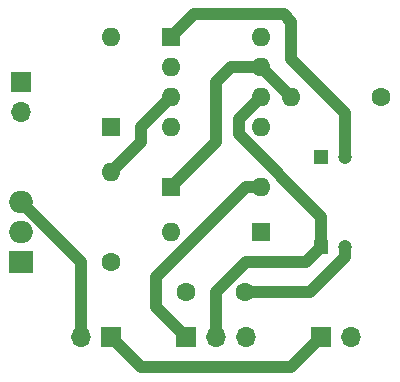
<source format=gbr>
%TF.GenerationSoftware,KiCad,Pcbnew,(5.1.6)-1*%
%TF.CreationDate,2020-09-13T20:14:07-05:00*%
%TF.ProjectId,CircuitBoard,43697263-7569-4744-926f-6172642e6b69,rev?*%
%TF.SameCoordinates,Original*%
%TF.FileFunction,Copper,L2,Bot*%
%TF.FilePolarity,Positive*%
%FSLAX46Y46*%
G04 Gerber Fmt 4.6, Leading zero omitted, Abs format (unit mm)*
G04 Created by KiCad (PCBNEW (5.1.6)-1) date 2020-09-13 20:14:07*
%MOMM*%
%LPD*%
G01*
G04 APERTURE LIST*
%TA.AperFunction,ComponentPad*%
%ADD10C,1.600000*%
%TD*%
%TA.AperFunction,ComponentPad*%
%ADD11C,1.200000*%
%TD*%
%TA.AperFunction,ComponentPad*%
%ADD12R,1.200000X1.200000*%
%TD*%
%TA.AperFunction,ComponentPad*%
%ADD13R,1.600000X1.600000*%
%TD*%
%TA.AperFunction,ComponentPad*%
%ADD14O,1.600000X1.600000*%
%TD*%
%TA.AperFunction,ComponentPad*%
%ADD15R,1.700000X1.700000*%
%TD*%
%TA.AperFunction,ComponentPad*%
%ADD16O,1.700000X1.700000*%
%TD*%
%TA.AperFunction,ComponentPad*%
%ADD17R,2.000000X1.905000*%
%TD*%
%TA.AperFunction,ComponentPad*%
%ADD18O,2.000000X1.905000*%
%TD*%
%TA.AperFunction,Conductor*%
%ADD19C,1.000000*%
%TD*%
G04 APERTURE END LIST*
D10*
%TO.P,C1,1*%
%TO.N,Net-(C1-Pad1)*%
X213360000Y-114300000D03*
%TO.P,C1,2*%
%TO.N,Net-(C1-Pad2)*%
X218360000Y-114300000D03*
%TD*%
D11*
%TO.P,C2,2*%
%TO.N,Net-(C1-Pad2)*%
X226790000Y-102870000D03*
D12*
%TO.P,C2,1*%
%TO.N,Net-(C2-Pad1)*%
X224790000Y-102870000D03*
%TD*%
%TO.P,C3,1*%
%TO.N,Net-(C3-Pad1)*%
X224790000Y-110490000D03*
D11*
%TO.P,C3,2*%
%TO.N,Net-(C1-Pad2)*%
X226790000Y-110490000D03*
%TD*%
D13*
%TO.P,D1,1*%
%TO.N,Net-(D1-Pad1)*%
X207010000Y-100330000D03*
D14*
%TO.P,D1,2*%
%TO.N,Net-(C1-Pad1)*%
X207010000Y-92710000D03*
%TD*%
D13*
%TO.P,D2,1*%
%TO.N,Net-(D2-Pad1)*%
X212090000Y-105410000D03*
D14*
%TO.P,D2,2*%
%TO.N,Net-(D2-Pad2)*%
X219710000Y-105410000D03*
%TD*%
%TO.P,D3,2*%
%TO.N,Net-(D2-Pad1)*%
X212090000Y-109220000D03*
D13*
%TO.P,D3,1*%
%TO.N,Net-(D3-Pad1)*%
X219710000Y-109220000D03*
%TD*%
D15*
%TO.P,J1,1*%
%TO.N,Net-(C1-Pad1)*%
X199390000Y-96520000D03*
D16*
%TO.P,J1,2*%
%TO.N,Net-(D1-Pad1)*%
X199390000Y-99060000D03*
%TD*%
D15*
%TO.P,J2,1*%
%TO.N,Net-(C1-Pad1)*%
X224790000Y-118110000D03*
D16*
%TO.P,J2,2*%
%TO.N,Net-(C1-Pad2)*%
X227330000Y-118110000D03*
%TD*%
%TO.P,J3,2*%
%TO.N,Net-(C1-Pad2)*%
X204470000Y-118110000D03*
D15*
%TO.P,J3,1*%
%TO.N,Net-(C1-Pad1)*%
X207010000Y-118110000D03*
%TD*%
D17*
%TO.P,Q1,1*%
%TO.N,Net-(Q1-Pad1)*%
X199390000Y-111760000D03*
D18*
%TO.P,Q1,2*%
%TO.N,Net-(D1-Pad1)*%
X199390000Y-109220000D03*
%TO.P,Q1,3*%
%TO.N,Net-(C1-Pad2)*%
X199390000Y-106680000D03*
%TD*%
D10*
%TO.P,R1,1*%
%TO.N,Net-(Q1-Pad1)*%
X207010000Y-111760000D03*
D14*
%TO.P,R1,2*%
%TO.N,Net-(R1-Pad2)*%
X207010000Y-104140000D03*
%TD*%
%TO.P,R2,2*%
%TO.N,Net-(D2-Pad1)*%
X222250000Y-97790000D03*
D10*
%TO.P,R2,1*%
%TO.N,Net-(C1-Pad1)*%
X229870000Y-97790000D03*
%TD*%
D15*
%TO.P,RV1,1*%
%TO.N,Net-(D2-Pad2)*%
X213360000Y-118110000D03*
D16*
%TO.P,RV1,2*%
%TO.N,Net-(C3-Pad1)*%
X215900000Y-118110000D03*
%TO.P,RV1,3*%
%TO.N,Net-(D3-Pad1)*%
X218440000Y-118110000D03*
%TD*%
D13*
%TO.P,U1,1*%
%TO.N,Net-(C1-Pad2)*%
X212090000Y-92710000D03*
D14*
%TO.P,U1,5*%
%TO.N,Net-(C2-Pad1)*%
X219710000Y-100330000D03*
%TO.P,U1,2*%
%TO.N,Net-(C3-Pad1)*%
X212090000Y-95250000D03*
%TO.P,U1,6*%
X219710000Y-97790000D03*
%TO.P,U1,3*%
%TO.N,Net-(R1-Pad2)*%
X212090000Y-97790000D03*
%TO.P,U1,7*%
%TO.N,Net-(D2-Pad1)*%
X219710000Y-95250000D03*
%TO.P,U1,4*%
%TO.N,Net-(C1-Pad1)*%
X212090000Y-100330000D03*
%TO.P,U1,8*%
X219710000Y-92710000D03*
%TD*%
D19*
%TO.N,Net-(C1-Pad1)*%
X209550000Y-120650000D02*
X207010000Y-118110000D01*
X224790000Y-118110000D02*
X222250000Y-120650000D01*
X222250000Y-120650000D02*
X209550000Y-120650000D01*
%TO.N,Net-(C1-Pad2)*%
X204470000Y-111760000D02*
X199390000Y-106680000D01*
X204470000Y-118110000D02*
X204470000Y-111760000D01*
X223828528Y-114300000D02*
X218360000Y-114300000D01*
X226790000Y-111338528D02*
X223828528Y-114300000D01*
X226790000Y-110490000D02*
X226790000Y-111338528D01*
X213995000Y-90805000D02*
X212090000Y-92710000D01*
X226790000Y-99155000D02*
X222250000Y-94615000D01*
X226790000Y-102870000D02*
X226790000Y-99155000D01*
X222250000Y-94615000D02*
X222250000Y-91440000D01*
X222250000Y-91440000D02*
X221615000Y-90805000D01*
X221615000Y-90805000D02*
X213995000Y-90805000D01*
%TO.N,Net-(C3-Pad1)*%
X215900000Y-114300000D02*
X215900000Y-118110000D01*
X218440000Y-111760000D02*
X215900000Y-114300000D01*
X223520000Y-111760000D02*
X218440000Y-111760000D01*
X224790000Y-110490000D02*
X223520000Y-111760000D01*
X217805000Y-100965000D02*
X217805000Y-99695000D01*
X224790000Y-110490000D02*
X224790000Y-107950000D01*
X217805000Y-99695000D02*
X219710000Y-97790000D01*
X224790000Y-107950000D02*
X217805000Y-100965000D01*
%TO.N,Net-(D2-Pad1)*%
X217170000Y-95250000D02*
X219710000Y-95250000D01*
X215900000Y-96520000D02*
X217170000Y-95250000D01*
X212090000Y-105410000D02*
X215900000Y-101600000D01*
X215900000Y-101600000D02*
X215900000Y-96520000D01*
X222250000Y-97790000D02*
X219710000Y-95250000D01*
%TO.N,Net-(D2-Pad2)*%
X213360000Y-118110000D02*
X210820000Y-115570000D01*
X210820000Y-115570000D02*
X210820000Y-113030000D01*
X210820000Y-113030000D02*
X218440000Y-105410000D01*
X218440000Y-105410000D02*
X219710000Y-105410000D01*
%TO.N,Net-(R1-Pad2)*%
X209550000Y-100330000D02*
X212090000Y-97790000D01*
X207010000Y-104140000D02*
X209550000Y-101600000D01*
X209550000Y-101600000D02*
X209550000Y-100330000D01*
%TD*%
M02*

</source>
